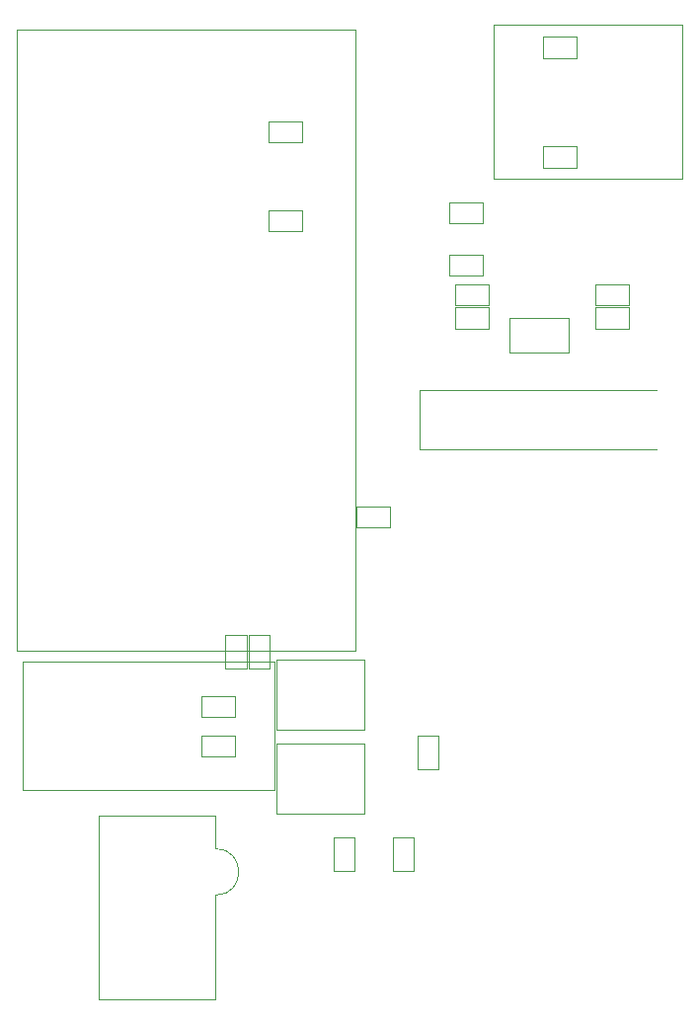
<source format=gbr>
%TF.GenerationSoftware,Altium Limited,Altium Designer,25.2.1 (25)*%
G04 Layer_Color=32768*
%FSLAX43Y43*%
%MOMM*%
%TF.SameCoordinates,B664DB7D-B6DB-4AC9-9DB7-209C64ECDA10*%
%TF.FilePolarity,Positive*%
%TF.FileFunction,Other,Mechanical_15*%
%TF.Part,Single*%
G01*
G75*
%TA.AperFunction,NonConductor*%
%ADD54C,0.100*%
%ADD56C,0.050*%
D54*
X19000Y4000D02*
G03*
X19000Y8000I0J2000D01*
G01*
X54450Y52600D02*
Y54400D01*
X51550Y52600D02*
Y54400D01*
X54450D01*
X51550Y52600D02*
X54450D01*
Y54600D02*
Y56400D01*
X51550Y54600D02*
Y56400D01*
X54450D01*
X51550Y54600D02*
X54450D01*
X36480Y42230D02*
X56800D01*
X36480Y42230D02*
Y47310D01*
X36480Y47310D02*
X56800D01*
X31000Y25005D02*
Y78250D01*
X2000Y25005D02*
X31000D01*
X2000D02*
Y78250D01*
X31000D01*
X44250Y53500D02*
X49250D01*
X44250Y50500D02*
X49250D01*
Y53500D01*
X44250Y50500D02*
Y53500D01*
X23550Y62740D02*
X26450D01*
X23550Y60940D02*
X26450D01*
Y62740D01*
X23550Y60940D02*
Y62740D01*
X31050Y35540D02*
Y37340D01*
X33950Y35540D02*
Y37340D01*
X31050Y35540D02*
X33950D01*
X31050Y37340D02*
X33950D01*
X36320Y14800D02*
X38120D01*
X36320Y17700D02*
X38120D01*
Y14800D02*
Y17700D01*
X36320Y14800D02*
Y17700D01*
X23550Y70360D02*
X26450D01*
X23550Y68560D02*
X26450D01*
Y70360D01*
X23550Y68560D02*
Y70360D01*
X42450Y54600D02*
Y56400D01*
X39550Y54600D02*
Y56400D01*
X42450D01*
X39550Y54600D02*
X42450D01*
Y52600D02*
Y54400D01*
X39550Y52600D02*
Y54400D01*
X42450D01*
X39550Y52600D02*
X42450D01*
X42862Y65400D02*
X59000D01*
X42862D02*
Y78600D01*
X59000D01*
Y65400D02*
Y78600D01*
X47050Y66400D02*
X49950D01*
X47050Y68200D02*
X49950D01*
X47050Y66400D02*
Y68200D01*
X49950Y66400D02*
Y68200D01*
X35980Y6050D02*
Y8950D01*
X34180Y6050D02*
Y8950D01*
Y6050D02*
X35980D01*
X34180Y8950D02*
X35980D01*
X30900Y6050D02*
Y8950D01*
X29100Y6050D02*
Y8950D01*
Y6050D02*
X30900D01*
X29100Y8950D02*
X30900D01*
X47050Y75800D02*
X49950D01*
X47050Y77600D02*
X49950D01*
X47050Y75800D02*
Y77600D01*
X49950Y75800D02*
Y77600D01*
X39050Y58900D02*
X41950D01*
X39050Y57100D02*
X41950D01*
Y58900D01*
X39050Y57100D02*
Y58900D01*
Y63400D02*
X41950D01*
X39050Y61600D02*
X41950D01*
Y63400D01*
X39050Y61600D02*
Y63400D01*
X2438Y13000D02*
X24062D01*
X2438Y24000D02*
X24062D01*
X2438Y13000D02*
Y24000D01*
X24062Y13000D02*
Y24000D01*
X19850Y23442D02*
Y26342D01*
X21650Y23442D02*
Y26342D01*
X19850D02*
X21650D01*
X19850Y23442D02*
X21650D01*
X20700Y19300D02*
Y21100D01*
X17800Y19300D02*
Y21100D01*
X20700D01*
X17800Y19300D02*
X20700D01*
Y15900D02*
Y17700D01*
X17800Y15900D02*
Y17700D01*
X20700D01*
X17800Y15900D02*
X20700D01*
X23650Y23431D02*
Y26331D01*
X21850Y23431D02*
Y26331D01*
Y23431D02*
X23650D01*
X21850Y26331D02*
X23650D01*
X9000Y-4900D02*
Y10800D01*
Y-4900D02*
X19000D01*
Y4000D01*
X9000Y10800D02*
X19000D01*
Y8000D02*
Y10800D01*
D56*
X31750Y11000D02*
Y17000D01*
X24250Y11000D02*
Y17000D01*
X31750D01*
X24250Y11000D02*
X31750D01*
X31750Y18200D02*
Y24200D01*
X24250Y18200D02*
Y24200D01*
X31750D01*
X24250Y18200D02*
X31750D01*
%TF.MD5,a864a7267494766e1225f126056b7503*%
M02*

</source>
